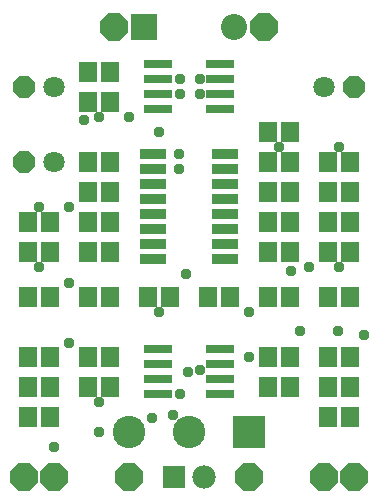
<source format=gbr>
G04 EAGLE Gerber RS-274X export*
G75*
%MOMM*%
%FSLAX34Y34*%
%LPD*%
%INSoldermask Top*%
%IPPOS*%
%AMOC8*
5,1,8,0,0,1.08239X$1,22.5*%
G01*
%ADD10P,2.556822X8X22.500000*%
%ADD11R,1.503200X1.703200*%
%ADD12P,1.951982X8X202.500000*%
%ADD13C,1.803400*%
%ADD14P,1.951982X8X22.500000*%
%ADD15C,1.981200*%
%ADD16R,1.981200X1.981200*%
%ADD17C,2.203200*%
%ADD18R,2.203200X2.203200*%
%ADD19R,2.403200X0.803200*%
%ADD20R,2.235200X0.863600*%
%ADD21R,2.743200X2.743200*%
%ADD22C,2.743200*%
%ADD23C,0.959600*%


D10*
X101600Y406400D03*
D11*
X98400Y101600D03*
X79400Y101600D03*
X47600Y215900D03*
X28600Y215900D03*
X301600Y215900D03*
X282600Y215900D03*
X282600Y292100D03*
X301600Y292100D03*
X47600Y127000D03*
X28600Y127000D03*
X200000Y177800D03*
X181000Y177800D03*
X282600Y127000D03*
X301600Y127000D03*
X282600Y76200D03*
X301600Y76200D03*
D12*
X25400Y355600D03*
D13*
X50800Y355600D03*
D11*
X79400Y292100D03*
X98400Y292100D03*
D12*
X25400Y292100D03*
D13*
X50800Y292100D03*
D14*
X304800Y355600D03*
D13*
X279400Y355600D03*
D11*
X79400Y266700D03*
X98400Y266700D03*
X79400Y215900D03*
X98400Y215900D03*
X28600Y241300D03*
X47600Y241300D03*
X250800Y292100D03*
X231800Y292100D03*
X250800Y215900D03*
X231800Y215900D03*
X250800Y241300D03*
X231800Y241300D03*
D15*
X177800Y25400D03*
D16*
X152400Y25400D03*
D17*
X203200Y406400D03*
D18*
X127000Y406400D03*
D10*
X228600Y406400D03*
X50800Y25400D03*
X279400Y25400D03*
X114300Y25400D03*
D19*
X139100Y120650D03*
X191100Y120650D03*
X139100Y133350D03*
X139100Y107950D03*
X139100Y95250D03*
X191100Y133350D03*
X191100Y107950D03*
X191100Y95250D03*
D20*
X134366Y298450D03*
X134366Y285750D03*
X134366Y273050D03*
X134366Y260350D03*
X134366Y247650D03*
X134366Y234950D03*
X134366Y222250D03*
X134366Y209550D03*
X195834Y209550D03*
X195834Y222250D03*
X195834Y234950D03*
X195834Y247650D03*
X195834Y260350D03*
X195834Y273050D03*
X195834Y285750D03*
X195834Y298450D03*
D19*
X191100Y349250D03*
X139100Y349250D03*
X191100Y336550D03*
X191100Y361950D03*
X191100Y374650D03*
X139100Y336550D03*
X139100Y361950D03*
X139100Y374650D03*
D10*
X25400Y25400D03*
X215900Y25400D03*
D21*
X215900Y63500D03*
D22*
X165100Y63500D03*
X114300Y63500D03*
D10*
X304800Y25400D03*
D11*
X47600Y101600D03*
X28600Y101600D03*
X130200Y177800D03*
X149200Y177800D03*
X231800Y177800D03*
X250800Y177800D03*
X98400Y177800D03*
X79400Y177800D03*
X47600Y76200D03*
X28600Y76200D03*
X231800Y127000D03*
X250800Y127000D03*
X282600Y101600D03*
X301600Y101600D03*
X301600Y177800D03*
X282600Y177800D03*
X231800Y101600D03*
X250800Y101600D03*
X79400Y368300D03*
X98400Y368300D03*
X98400Y342900D03*
X79400Y342900D03*
X79400Y127000D03*
X98400Y127000D03*
X98400Y241300D03*
X79400Y241300D03*
X28600Y177800D03*
X47600Y177800D03*
X231800Y317500D03*
X250800Y317500D03*
X231800Y266700D03*
X250800Y266700D03*
X282600Y241300D03*
X301600Y241300D03*
X301600Y266700D03*
X282600Y266700D03*
D23*
X173990Y349250D03*
X173990Y361950D03*
X157480Y361950D03*
X157480Y349250D03*
X157480Y95250D03*
X50800Y50800D03*
X292100Y203200D03*
X88900Y330200D03*
X76200Y327660D03*
X38100Y203200D03*
X38100Y254000D03*
X63500Y254000D03*
X156210Y285750D03*
X114300Y330200D03*
X215900Y165100D03*
X215900Y127226D03*
X312823Y145183D03*
X266700Y203200D03*
X173990Y115570D03*
X88900Y63500D03*
X88900Y88900D03*
X63500Y189230D03*
X241300Y304800D03*
X63500Y138430D03*
X133350Y74930D03*
X151130Y77752D03*
X251460Y200050D03*
X292100Y304800D03*
X139700Y317500D03*
X139700Y165100D03*
X162560Y196850D03*
X163830Y114526D03*
X259080Y148590D03*
X290830Y148590D03*
X156210Y298450D03*
M02*

</source>
